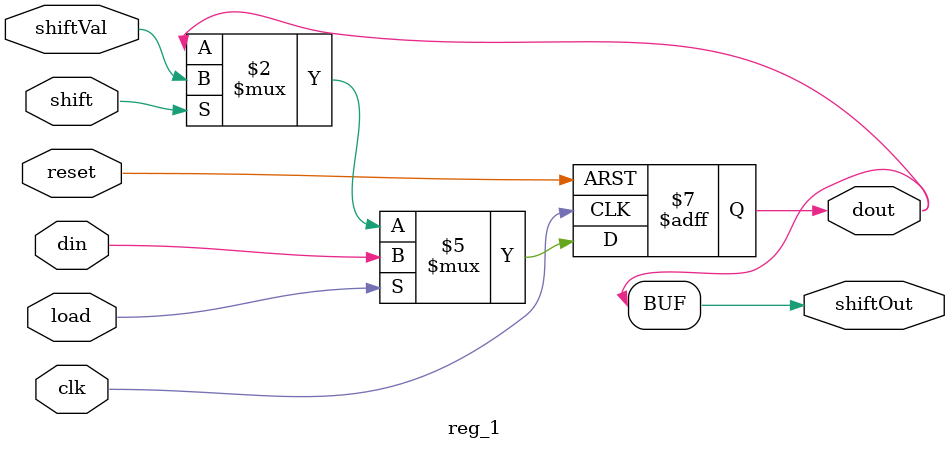
<source format=sv>
module reg_8 
(
input logic [7:0] Din,
input logic Clk,
input logic Load,
input logic Shift,
input logic ShiftVal,
input logic Reset,
output logic ShiftOut,
output logic [7:0] Dout
);

always_ff @ (posedge Clk or posedge Reset)
	begin
		if(Reset)
			Dout <= 8'h00;
		else if(Load)
			Dout <= Din;
		else if(Shift)
			begin
				Dout <= {ShiftVal, Dout[7:1]};
			end
	end
	
	assign ShiftOut = Dout[0];
	
endmodule

module reg_1
(
input logic din,
input logic clk,
input logic load,
input logic shift,
input logic shiftVal,
input logic reset,
output logic shiftOut,
output logic dout
);

always_ff @ (posedge clk or posedge reset)
	begin
		if(reset)
			dout <= 1'b0;
		else if(load)
			dout <= din;
		else if(shift)
			begin
				dout <= shiftVal;
			end
	end
	
	assign shiftOut = dout;
	
endmodule


</source>
